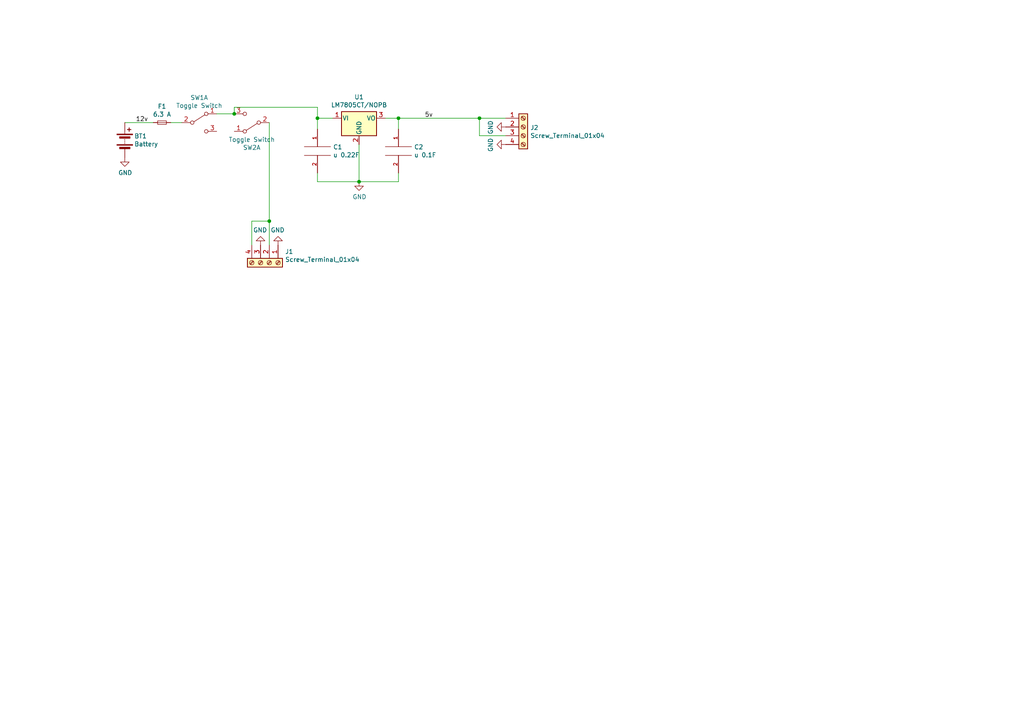
<source format=kicad_sch>
(kicad_sch (version 20230121) (generator eeschema)
  (paper "A4")
  (lib_symbols
    (symbol "Connector:Screw_Terminal_01x04" (pin_names (offset 1.016) hide)
      (property "Reference" "J" (at 0 5.08 0))
      (property "Value" "Screw_Terminal_01x04" (at 0 -7.62 0))
      (symbol "Screw_Terminal_01x04_1_1"
        (rectangle (start -1.27 3.81) (end 1.27 -6.35) (stroke (width 0.254)) (fill (type background)))
        (circle (center 0 -5.08) (radius 0.635) (stroke (width 0.1524)))
        (circle (center 0 -2.54) (radius 0.635) (stroke (width 0.1524)))
        (polyline (pts (xy -0.5334 -4.7498) (xy 0.3302 -5.588)) (stroke (width 0.1524)))
        (polyline (pts (xy -0.5334 -2.2098) (xy 0.3302 -3.048)) (stroke (width 0.1524)))
        (polyline (pts (xy -0.5334 0.3302) (xy 0.3302 -0.508)) (stroke (width 0.1524)))
        (polyline (pts (xy -0.5334 2.8702) (xy 0.3302 2.032)) (stroke (width 0.1524)))
        (polyline (pts (xy -0.3556 -4.572) (xy 0.508 -5.4102)) (stroke (width 0.1524)))
        (polyline (pts (xy -0.3556 -2.032) (xy 0.508 -2.8702)) (stroke (width 0.1524)))
        (polyline (pts (xy -0.3556 0.508) (xy 0.508 -0.3302)) (stroke (width 0.1524)))
        (polyline (pts (xy -0.3556 3.048) (xy 0.508 2.2098)) (stroke (width 0.1524)))
        (circle (center 0 0) (radius 0.635) (stroke (width 0.1524)))
        (circle (center 0 2.54) (radius 0.635) (stroke (width 0.1524)))
        (pin passive line (at -5.08 2.54 0) (length 3.81) (name "Pin_1") (number "1"))
        (pin passive line (at -5.08 0 0) (length 3.81) (name "Pin_2") (number "2"))
        (pin passive line (at -5.08 -2.54 0) (length 3.81) (name "Pin_3") (number "3"))
        (pin passive line (at -5.08 -5.08 0) (length 3.81) (name "Pin_4") (number "4"))
      )
    )
    (symbol "Device:Battery" (pin_numbers hide) (pin_names (offset 0) hide)
      (property "Reference" "BT" (at 2.54 2.54 0))
      (property "Value" "Battery" (at 2.54 0 0))
      (symbol "Battery_0_1"
        (rectangle (start -2.286 -1.27) (end 2.286 -1.524) (fill (type outline)))
        (rectangle (start -2.286 1.778) (end 2.286 1.524) (fill (type outline)))
        (rectangle (start -1.524 -2.032) (end 1.524 -2.54) (fill (type outline)))
        (rectangle (start -1.524 1.016) (end 1.524 0.508) (fill (type outline)))
        (polyline (pts (xy 0 -1.016) (xy 0 -0.762)))
        (polyline (pts (xy 0 -0.508) (xy 0 -0.254)))
        (polyline (pts (xy 0 0) (xy 0 0.254)))
        (polyline (pts (xy 0 1.778) (xy 0 2.54)))
        (polyline (pts (xy 0.762 3.048) (xy 1.778 3.048)) (stroke (width 0.254)))
        (polyline (pts (xy 1.27 3.556) (xy 1.27 2.54)) (stroke (width 0.254)))
      )
      (symbol "Battery_1_1"
        (pin passive line (at 0 5.08 270) (length 2.54) (name "+") (number "1"))
        (pin passive line (at 0 -5.08 90) (length 2.54) (name "-") (number "2"))
      )
    )
    (symbol "Device:Fuse_Small" (pin_numbers hide) (pin_names (offset 0.254) hide)
      (property "Reference" "F" (at 0 -1.524 0))
      (property "Value" "Fuse_Small" (at 0 1.524 0))
      (symbol "Fuse_Small_0_1"
        (rectangle (start -1.27 0.508) (end 1.27 -0.508))
        (polyline (pts (xy -1.27 0) (xy 1.27 0)))
      )
      (symbol "Fuse_Small_1_1"
        (pin passive line (at -2.54 0 0) (length 1.27) (name "~") (number "1"))
        (pin passive line (at 2.54 0 180) (length 1.27) (name "~") (number "2"))
      )
    )
    (symbol "Mini-Rover-Power Distribution-rescue:CAP-pspice" (pin_names (offset 0.254))
      (property "Reference" "C" (at 2.54 3.81 90))
      (property "Value" "pspice:CAP" (at 2.54 -3.81 90))
      (symbol "CAP-pspice_0_1"
        (polyline (pts (xy -3.81 -1.27) (xy 3.81 -1.27)))
        (polyline (pts (xy -3.81 1.27) (xy 3.81 1.27)))
      )
      (symbol "CAP-pspice_1_1"
        (pin passive line (at 0 6.35 270) (length 5.08) (name "~") (number "1"))
        (pin passive line (at 0 -6.35 90) (length 5.08) (name "~") (number "2"))
      )
    )
    (symbol "Regulator_Linear:LM7805_TO220" (pin_names (offset 0.254))
      (property "Reference" "U" (at -3.81 3.175 0))
      (property "Value" "LM7805_TO220" (at 0 3.175 0))
      (symbol "LM7805_TO220_0_1"
        (rectangle (start -5.08 1.905) (end 5.08 -5.08) (stroke (width 0.254)) (fill (type background)))
      )
      (symbol "LM7805_TO220_1_1"
        (pin power_in line (at -7.62 0 0) (length 2.54) (name "VI") (number "1"))
        (pin power_in line (at 0 -7.62 90) (length 2.54) (name "GND") (number "2"))
        (pin power_out line (at 7.62 0 180) (length 2.54) (name "VO") (number "3"))
      )
    )
    (symbol "Switch:SW_DPDT_x2" (pin_names (offset 0) hide)
      (property "Reference" "SW" (at 0 4.318 0))
      (property "Value" "SW_DPDT_x2" (at 0 -5.08 0))
      (symbol "SW_DPDT_x2_0_0"
        (circle (center -2.032 0) (radius 0.508))
        (circle (center 2.032 -2.54) (radius 0.508))
      )
      (symbol "SW_DPDT_x2_0_1"
        (polyline (pts (xy -1.524 0.254) (xy 1.651 2.286)))
        (circle (center 2.032 2.54) (radius 0.508))
      )
      (symbol "SW_DPDT_x2_1_1"
        (pin passive line (at 5.08 2.54 180) (length 2.54) (name "A") (number "1"))
        (pin passive line (at -5.08 0 0) (length 2.54) (name "B") (number "2"))
        (pin passive line (at 5.08 -2.54 180) (length 2.54) (name "C") (number "3"))
      )
      (symbol "SW_DPDT_x2_2_1"
        (pin passive line (at 5.08 2.54 180) (length 2.54) (name "A") (number "4"))
        (pin passive line (at -5.08 0 0) (length 2.54) (name "B") (number "5"))
        (pin passive line (at 5.08 -2.54 180) (length 2.54) (name "C") (number "6"))
      )
    )
    (symbol "power:GND" (power) (pin_names (offset 0))
      (property "Value" "GND" (at 0 -3.81 0))
      (symbol "GND_0_1"
        (polyline (pts (xy 0 0) (xy 0 -1.27) (xy 1.27 -1.27) (xy 0 -2.54) (xy -1.27 -1.27) (xy 0 -1.27)))
      )
      (symbol "GND_1_1"
        (pin power_in line (at 0 0 270) (length 0) hide (name "GND") (number "1"))
      )
    )
  )
  (junction (at 104.14 52.705))
  (junction (at 92.075 34.29))
  (junction (at 115.57 34.29))
  (junction (at 139.065 34.29))
  (junction (at 78.105 64.135))
  (junction (at 67.945 33.02))
  (wire (pts (xy 92.075 34.29) (xy 92.075 37.465)))
  (wire (pts (xy 115.57 37.465) (xy 115.57 34.29)))
  (wire (pts (xy 36.195 35.56) (xy 44.45 35.56)))
  (wire (pts (xy 111.76 34.29) (xy 115.57 34.29)))
  (wire (pts (xy 92.075 34.29) (xy 96.52 34.29)))
  (wire (pts (xy 115.57 50.165) (xy 115.57 52.705)))
  (wire (pts (xy 92.075 52.705) (xy 92.075 50.165)))
  (wire (pts (xy 139.065 34.29) (xy 146.685 34.29)))
  (wire (pts (xy 78.105 71.12) (xy 78.105 64.135)))
  (wire (pts (xy 115.57 52.705) (xy 104.14 52.705)))
  (wire (pts (xy 49.53 35.56) (xy 52.705 35.56)))
  (wire (pts (xy 67.945 33.02) (xy 67.945 31.115)))
  (wire (pts (xy 73.025 64.135) (xy 73.025 71.12)))
  (wire (pts (xy 104.14 52.705) (xy 92.075 52.705)))
  (wire (pts (xy 115.57 34.29) (xy 139.065 34.29)))
  (wire (pts (xy 78.105 64.135) (xy 73.025 64.135)))
  (wire (pts (xy 62.865 33.02) (xy 67.945 33.02)))
  (wire (pts (xy 78.105 35.56) (xy 78.105 64.135)))
  (wire (pts (xy 92.075 31.115) (xy 92.075 34.29)))
  (wire (pts (xy 67.945 31.115) (xy 92.075 31.115)))
  (wire (pts (xy 104.14 52.705) (xy 104.14 41.91)))
  (wire (pts (xy 146.685 39.37) (xy 139.065 39.37)))
  (wire (pts (xy 139.065 39.37) (xy 139.065 34.29)))
  (label "12v" (at 39.37 35.56 0))
  (label "5v" (at 123.19 34.29 0))
  (symbol (lib_id "Device:Battery") (at 36.195 40.64 0) (unit 1)
    (property "Reference" "BT1" (at 38.9382 39.4716 0) (effects (justify left)))
    (property "Value" "Battery" (at 38.9382 41.783 0) (effects (justify left)))
    (property "Footprint" "TerminalBlock_Phoenix:TerminalBlock_Phoenix_PT-1,5-2-3.5-H_1x02_P3.50mm_Horizontal" (effects hide))
  )
  (symbol (lib_id "Device:Fuse_Small") (at 46.99 35.56 0) (unit 1)
    (property "Reference" "F1" (at 46.99 30.861 0))
    (property "Value" "6.3 A" (at 46.99 33.1724 0))
    (property "Footprint" "Mini-Rover-Power Distribution:LittleFuseHolder-03540101ZXGY-" (effects hide))
  )
  (symbol (lib_id "Regulator_Linear:LM7805_TO220") (at 104.14 34.29 0) (unit 1)
    (property "Reference" "U1" (at 104.14 28.1432 0))
    (property "Value" "LM7805CT/NOPB" (at 104.14 30.4546 0))
    (property "Footprint" "Package_TO_SOT_THT:TO-220-3_Vertical" (effects hide))
    (property "Datasheet" "http://www.fairchildsemi.com/ds/LM/LM7805.pdf" (effects hide))
  )
  (symbol (lib_id "Mini-Rover-Power Distribution-rescue:CAP-pspice") (at 92.075 43.815 0) (unit 1)
    (property "Reference" "C1" (at 96.5962 42.6466 0) (effects (justify left)))
    (property "Value" "u 0.22F" (at 96.5962 44.958 0) (effects (justify left)))
    (property "Footprint" "Capacitor_THT:CP_Radial_Tantal_D4.5mm_P2.50mm" (effects hide))
  )
  (symbol (lib_id "Mini-Rover-Power Distribution-rescue:CAP-pspice") (at 115.57 43.815 0) (unit 1)
    (property "Reference" "C2" (at 120.0912 42.6466 0) (effects (justify left)))
    (property "Value" "u 0.1F" (at 120.0912 44.958 0) (effects (justify left)))
    (property "Footprint" "Capacitor_THT:CP_Radial_Tantal_D4.5mm_P2.50mm" (effects hide))
  )
  (symbol (lib_id "power:GND") (at 104.14 52.705 0) (unit 1)
    (property "Reference" "#PWR03" (effects hide))
    (property "Value" "GND" (at 104.267 57.0992 0))
  )
  (symbol (lib_id "Switch:SW_DPDT_x2") (at 57.785 35.56 0) (unit 1)
    (property "Reference" "SW1" (at 57.785 28.321 0))
    (property "Value" "Toggle Switch" (at 57.785 30.6324 0))
    (property "Footprint" "Mini-Rover-Power Distribution:Switch_Toggle" (effects hide))
  )
  (symbol (lib_id "power:GND") (at 36.195 45.72 0) (unit 1)
    (property "Reference" "#PWR0101" (effects hide))
    (property "Value" "GND" (at 36.322 50.1142 0))
  )
  (symbol (lib_id "Connector:Screw_Terminal_01x04") (at 151.765 36.83 0) (unit 1)
    (property "Reference" "J2" (at 153.797 37.0332 0) (effects (justify left)))
    (property "Value" "Screw_Terminal_01x04" (at 153.797 39.3446 0) (effects (justify left)))
    (property "Footprint" "TerminalBlock_Phoenix:TerminalBlock_Phoenix_PT-1,5-4-3.5-H_1x04_P3.50mm_Horizontal" (effects hide))
  )
  (symbol (lib_id "Connector:Screw_Terminal_01x04") (at 78.105 76.2 270) (unit 1)
    (property "Reference" "J1" (at 82.677 72.9742 90) (effects (justify left)))
    (property "Value" "Screw_Terminal_01x04" (at 82.677 75.2856 90) (effects (justify left)))
    (property "Footprint" "TerminalBlock_Phoenix:TerminalBlock_Phoenix_PT-1,5-4-3.5-H_1x04_P3.50mm_Horizontal" (effects hide))
  )
  (symbol (lib_id "power:GND") (at 75.565 71.12 180) (unit 1)
    (property "Reference" "#PWR01" (effects hide))
    (property "Value" "GND" (at 75.438 66.7258 0))
  )
  (symbol (lib_id "power:GND") (at 80.645 71.12 180) (unit 1)
    (property "Reference" "#PWR02" (effects hide))
    (property "Value" "GND" (at 80.518 66.7258 0))
  )
  (symbol (lib_id "power:GND") (at 146.685 36.83 270) (unit 1)
    (property "Reference" "#PWR04" (effects hide))
    (property "Value" "GND" (at 142.2908 36.957 0))
  )
  (symbol (lib_id "power:GND") (at 146.685 41.91 270) (unit 1)
    (property "Reference" "#PWR05" (effects hide))
    (property "Value" "GND" (at 142.2908 42.037 0))
  )
  (symbol (lib_id "Switch:SW_DPDT_x2") (at 73.025 35.56 180) (unit 1)
    (property "Reference" "SW2" (at 73.025 42.799 0))
    (property "Value" "Toggle Switch" (at 73.025 40.4876 0))
    (property "Footprint" "Mini-Rover-Power Distribution:Switch_Toggle" (effects hide))
  )
)
</source>
